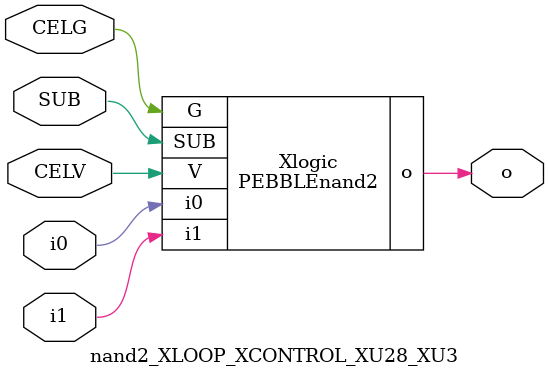
<source format=v>



module PEBBLEnand2 ( o, G, SUB, V, i0, i1 );

  input i0;
  input V;
  input i1;
  input G;
  output o;
  input SUB;
endmodule

//Celera Confidential Do Not Copy nand2_XLOOP_XCONTROL_XU28_XU3
//Celera Confidential Symbol Generator
//5V NAND2
module nand2_XLOOP_XCONTROL_XU28_XU3 (CELV,CELG,i0,i1,o,SUB);
input CELV;
input CELG;
input i0;
input i1;
input SUB;
output o;

//Celera Confidential Do Not Copy nand2
PEBBLEnand2 Xlogic(
.V (CELV),
.i0 (i0),
.i1 (i1),
.o (o),
.SUB (SUB),
.G (CELG)
);
//,diesize,PEBBLEnand2

//Celera Confidential Do Not Copy Module End
//Celera Schematic Generator
endmodule

</source>
